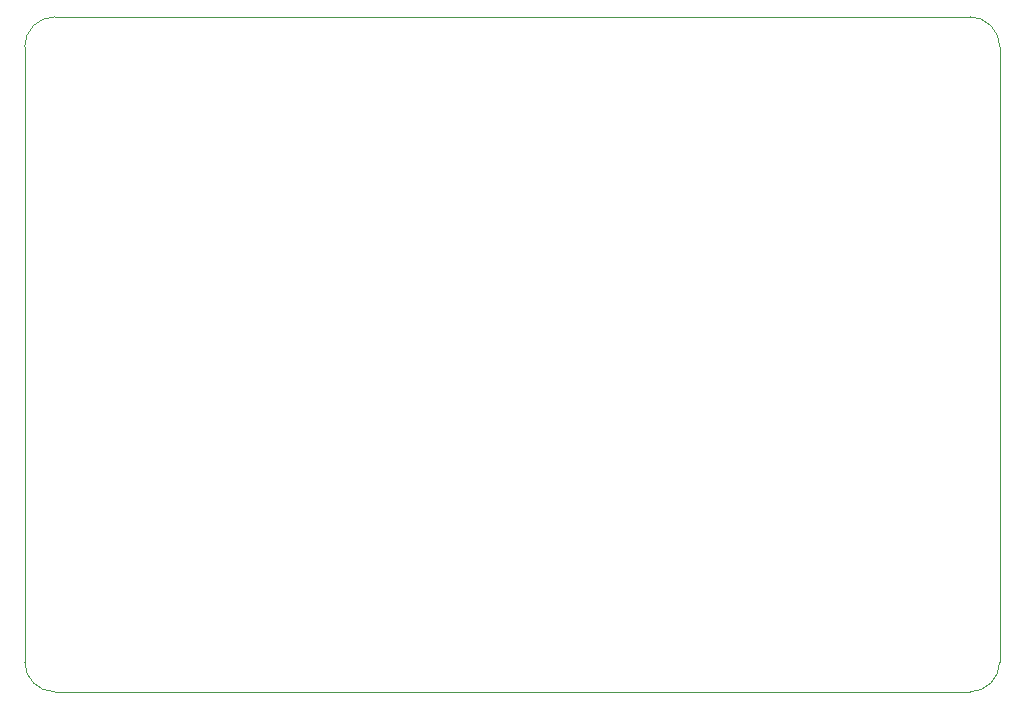
<source format=gm1>
G04 #@! TF.GenerationSoftware,KiCad,Pcbnew,8.0.9*
G04 #@! TF.CreationDate,2025-03-02T14:12:51+01:00*
G04 #@! TF.ProjectId,cjss102,636a7373-3130-4322-9e6b-696361645f70,rev?*
G04 #@! TF.SameCoordinates,Original*
G04 #@! TF.FileFunction,Profile,NP*
%FSLAX46Y46*%
G04 Gerber Fmt 4.6, Leading zero omitted, Abs format (unit mm)*
G04 Created by KiCad (PCBNEW 8.0.9) date 2025-03-02 14:12:51*
%MOMM*%
%LPD*%
G01*
G04 APERTURE LIST*
G04 #@! TA.AperFunction,Profile*
%ADD10C,0.050000*%
G04 #@! TD*
G04 APERTURE END LIST*
D10*
X190500000Y-90170000D02*
X190500000Y-38100000D01*
X110490000Y-92710000D02*
X187960000Y-92710000D01*
X107950000Y-38100000D02*
X107950000Y-90170000D01*
X107950000Y-38100000D02*
G75*
G02*
X110490000Y-35560000I2540000J0D01*
G01*
X190500000Y-90170000D02*
G75*
G02*
X187960000Y-92710000I-2540000J0D01*
G01*
X187960000Y-35560000D02*
G75*
G02*
X190500000Y-38100000I0J-2540000D01*
G01*
X110490000Y-92710000D02*
G75*
G02*
X107950000Y-90170000I0J2540000D01*
G01*
X110490000Y-35560000D02*
X187960000Y-35560000D01*
M02*

</source>
